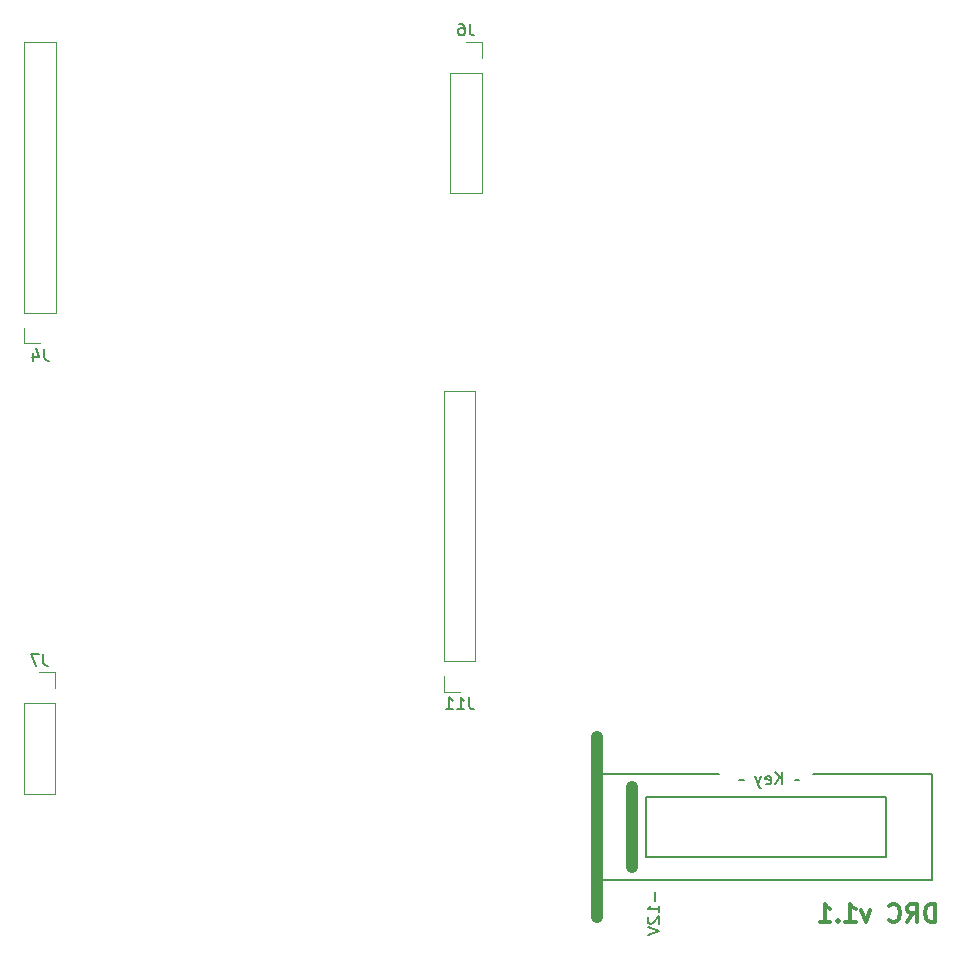
<source format=gbr>
%TF.GenerationSoftware,KiCad,Pcbnew,7.0.9-7.0.9~ubuntu22.04.1*%
%TF.CreationDate,2024-01-18T19:04:47-05:00*%
%TF.ProjectId,deca-ring-counter,64656361-2d72-4696-9e67-2d636f756e74,rev?*%
%TF.SameCoordinates,Original*%
%TF.FileFunction,Legend,Bot*%
%TF.FilePolarity,Positive*%
%FSLAX46Y46*%
G04 Gerber Fmt 4.6, Leading zero omitted, Abs format (unit mm)*
G04 Created by KiCad (PCBNEW 7.0.9-7.0.9~ubuntu22.04.1) date 2024-01-18 19:04:47*
%MOMM*%
%LPD*%
G01*
G04 APERTURE LIST*
%ADD10C,0.300000*%
%ADD11C,0.150000*%
%ADD12C,0.200000*%
%ADD13C,0.120000*%
%ADD14C,1.000000*%
%ADD15C,0.127000*%
G04 APERTURE END LIST*
D10*
X156045489Y-135100828D02*
X156045489Y-133600828D01*
X156045489Y-133600828D02*
X155688346Y-133600828D01*
X155688346Y-133600828D02*
X155474060Y-133672257D01*
X155474060Y-133672257D02*
X155331203Y-133815114D01*
X155331203Y-133815114D02*
X155259774Y-133957971D01*
X155259774Y-133957971D02*
X155188346Y-134243685D01*
X155188346Y-134243685D02*
X155188346Y-134457971D01*
X155188346Y-134457971D02*
X155259774Y-134743685D01*
X155259774Y-134743685D02*
X155331203Y-134886542D01*
X155331203Y-134886542D02*
X155474060Y-135029400D01*
X155474060Y-135029400D02*
X155688346Y-135100828D01*
X155688346Y-135100828D02*
X156045489Y-135100828D01*
X153688346Y-135100828D02*
X154188346Y-134386542D01*
X154545489Y-135100828D02*
X154545489Y-133600828D01*
X154545489Y-133600828D02*
X153974060Y-133600828D01*
X153974060Y-133600828D02*
X153831203Y-133672257D01*
X153831203Y-133672257D02*
X153759774Y-133743685D01*
X153759774Y-133743685D02*
X153688346Y-133886542D01*
X153688346Y-133886542D02*
X153688346Y-134100828D01*
X153688346Y-134100828D02*
X153759774Y-134243685D01*
X153759774Y-134243685D02*
X153831203Y-134315114D01*
X153831203Y-134315114D02*
X153974060Y-134386542D01*
X153974060Y-134386542D02*
X154545489Y-134386542D01*
X152188346Y-134957971D02*
X152259774Y-135029400D01*
X152259774Y-135029400D02*
X152474060Y-135100828D01*
X152474060Y-135100828D02*
X152616917Y-135100828D01*
X152616917Y-135100828D02*
X152831203Y-135029400D01*
X152831203Y-135029400D02*
X152974060Y-134886542D01*
X152974060Y-134886542D02*
X153045489Y-134743685D01*
X153045489Y-134743685D02*
X153116917Y-134457971D01*
X153116917Y-134457971D02*
X153116917Y-134243685D01*
X153116917Y-134243685D02*
X153045489Y-133957971D01*
X153045489Y-133957971D02*
X152974060Y-133815114D01*
X152974060Y-133815114D02*
X152831203Y-133672257D01*
X152831203Y-133672257D02*
X152616917Y-133600828D01*
X152616917Y-133600828D02*
X152474060Y-133600828D01*
X152474060Y-133600828D02*
X152259774Y-133672257D01*
X152259774Y-133672257D02*
X152188346Y-133743685D01*
X150545489Y-134100828D02*
X150188346Y-135100828D01*
X150188346Y-135100828D02*
X149831203Y-134100828D01*
X148474060Y-135100828D02*
X149331203Y-135100828D01*
X148902632Y-135100828D02*
X148902632Y-133600828D01*
X148902632Y-133600828D02*
X149045489Y-133815114D01*
X149045489Y-133815114D02*
X149188346Y-133957971D01*
X149188346Y-133957971D02*
X149331203Y-134029400D01*
X147831204Y-134957971D02*
X147759775Y-135029400D01*
X147759775Y-135029400D02*
X147831204Y-135100828D01*
X147831204Y-135100828D02*
X147902632Y-135029400D01*
X147902632Y-135029400D02*
X147831204Y-134957971D01*
X147831204Y-134957971D02*
X147831204Y-135100828D01*
X146331203Y-135100828D02*
X147188346Y-135100828D01*
X146759775Y-135100828D02*
X146759775Y-133600828D01*
X146759775Y-133600828D02*
X146902632Y-133815114D01*
X146902632Y-133815114D02*
X147045489Y-133957971D01*
X147045489Y-133957971D02*
X147188346Y-134029400D01*
D11*
X80552193Y-112445819D02*
X80552193Y-113160104D01*
X80552193Y-113160104D02*
X80599812Y-113302961D01*
X80599812Y-113302961D02*
X80695050Y-113398200D01*
X80695050Y-113398200D02*
X80837907Y-113445819D01*
X80837907Y-113445819D02*
X80933145Y-113445819D01*
X80171240Y-112445819D02*
X79504574Y-112445819D01*
X79504574Y-112445819D02*
X79933145Y-113445819D01*
X80630333Y-86595819D02*
X80630333Y-87310104D01*
X80630333Y-87310104D02*
X80677952Y-87452961D01*
X80677952Y-87452961D02*
X80773190Y-87548200D01*
X80773190Y-87548200D02*
X80916047Y-87595819D01*
X80916047Y-87595819D02*
X81011285Y-87595819D01*
X79725571Y-86929152D02*
X79725571Y-87595819D01*
X79963666Y-86548200D02*
X80201761Y-87262485D01*
X80201761Y-87262485D02*
X79582714Y-87262485D01*
X116618383Y-116115819D02*
X116618383Y-116830104D01*
X116618383Y-116830104D02*
X116666002Y-116972961D01*
X116666002Y-116972961D02*
X116761240Y-117068200D01*
X116761240Y-117068200D02*
X116904097Y-117115819D01*
X116904097Y-117115819D02*
X116999335Y-117115819D01*
X115618383Y-117115819D02*
X116189811Y-117115819D01*
X115904097Y-117115819D02*
X115904097Y-116115819D01*
X115904097Y-116115819D02*
X115999335Y-116258676D01*
X115999335Y-116258676D02*
X116094573Y-116353914D01*
X116094573Y-116353914D02*
X116189811Y-116401533D01*
X114666002Y-117115819D02*
X115237430Y-117115819D01*
X114951716Y-117115819D02*
X114951716Y-116115819D01*
X114951716Y-116115819D02*
X115046954Y-116258676D01*
X115046954Y-116258676D02*
X115142192Y-116353914D01*
X115142192Y-116353914D02*
X115237430Y-116401533D01*
X116672193Y-59057819D02*
X116672193Y-59772104D01*
X116672193Y-59772104D02*
X116719812Y-59914961D01*
X116719812Y-59914961D02*
X116815050Y-60010200D01*
X116815050Y-60010200D02*
X116957907Y-60057819D01*
X116957907Y-60057819D02*
X117053145Y-60057819D01*
X115767431Y-59057819D02*
X115957907Y-59057819D01*
X115957907Y-59057819D02*
X116053145Y-59105438D01*
X116053145Y-59105438D02*
X116100764Y-59153057D01*
X116100764Y-59153057D02*
X116196002Y-59295914D01*
X116196002Y-59295914D02*
X116243621Y-59486390D01*
X116243621Y-59486390D02*
X116243621Y-59867342D01*
X116243621Y-59867342D02*
X116196002Y-59962580D01*
X116196002Y-59962580D02*
X116148383Y-60010200D01*
X116148383Y-60010200D02*
X116053145Y-60057819D01*
X116053145Y-60057819D02*
X115862669Y-60057819D01*
X115862669Y-60057819D02*
X115767431Y-60010200D01*
X115767431Y-60010200D02*
X115719812Y-59962580D01*
X115719812Y-59962580D02*
X115672193Y-59867342D01*
X115672193Y-59867342D02*
X115672193Y-59629247D01*
X115672193Y-59629247D02*
X115719812Y-59534009D01*
X115719812Y-59534009D02*
X115767431Y-59486390D01*
X115767431Y-59486390D02*
X115862669Y-59438771D01*
X115862669Y-59438771D02*
X116053145Y-59438771D01*
X116053145Y-59438771D02*
X116148383Y-59486390D01*
X116148383Y-59486390D02*
X116196002Y-59534009D01*
X116196002Y-59534009D02*
X116243621Y-59629247D01*
X144190667Y-123127485D02*
X144571619Y-123127485D01*
X143095428Y-123460819D02*
X143095428Y-122460819D01*
X142524000Y-123460819D02*
X142952571Y-122889390D01*
X142524000Y-122460819D02*
X143095428Y-123032247D01*
X141714476Y-123413200D02*
X141809714Y-123460819D01*
X141809714Y-123460819D02*
X142000190Y-123460819D01*
X142000190Y-123460819D02*
X142095428Y-123413200D01*
X142095428Y-123413200D02*
X142143047Y-123317961D01*
X142143047Y-123317961D02*
X142143047Y-122937009D01*
X142143047Y-122937009D02*
X142095428Y-122841771D01*
X142095428Y-122841771D02*
X142000190Y-122794152D01*
X142000190Y-122794152D02*
X141809714Y-122794152D01*
X141809714Y-122794152D02*
X141714476Y-122841771D01*
X141714476Y-122841771D02*
X141666857Y-122937009D01*
X141666857Y-122937009D02*
X141666857Y-123032247D01*
X141666857Y-123032247D02*
X142143047Y-123127485D01*
X141333523Y-122794152D02*
X141095428Y-123460819D01*
X140857333Y-122794152D02*
X141095428Y-123460819D01*
X141095428Y-123460819D02*
X141190666Y-123698914D01*
X141190666Y-123698914D02*
X141238285Y-123746533D01*
X141238285Y-123746533D02*
X141333523Y-123794152D01*
X139476380Y-123127485D02*
X139857332Y-123127485D01*
D12*
X132341266Y-132558095D02*
X132341266Y-133320000D01*
X132722219Y-134319999D02*
X132722219Y-133748571D01*
X132722219Y-134034285D02*
X131722219Y-134034285D01*
X131722219Y-134034285D02*
X131865076Y-133939047D01*
X131865076Y-133939047D02*
X131960314Y-133843809D01*
X131960314Y-133843809D02*
X132007933Y-133748571D01*
X131817457Y-134700952D02*
X131769838Y-134748571D01*
X131769838Y-134748571D02*
X131722219Y-134843809D01*
X131722219Y-134843809D02*
X131722219Y-135081904D01*
X131722219Y-135081904D02*
X131769838Y-135177142D01*
X131769838Y-135177142D02*
X131817457Y-135224761D01*
X131817457Y-135224761D02*
X131912695Y-135272380D01*
X131912695Y-135272380D02*
X132007933Y-135272380D01*
X132007933Y-135272380D02*
X132150790Y-135224761D01*
X132150790Y-135224761D02*
X132722219Y-134653333D01*
X132722219Y-134653333D02*
X132722219Y-135272380D01*
X131722219Y-135558095D02*
X132722219Y-135891428D01*
X132722219Y-135891428D02*
X131722219Y-136224761D01*
D13*
%TO.C,J7*%
X78888860Y-116591000D02*
X78888860Y-124271000D01*
X81548860Y-113991000D02*
X80218860Y-113991000D01*
X81548860Y-115321000D02*
X81548860Y-113991000D01*
X81548860Y-116591000D02*
X78888860Y-116591000D01*
X81548860Y-116591000D02*
X81548860Y-124271000D01*
X81548860Y-124271000D02*
X78888860Y-124271000D01*
%TO.C,J4*%
X81627000Y-83541000D02*
X81627000Y-60621000D01*
X78967000Y-86141000D02*
X80297000Y-86141000D01*
X78967000Y-84811000D02*
X78967000Y-86141000D01*
X78967000Y-83541000D02*
X81627000Y-83541000D01*
X78967000Y-83541000D02*
X78967000Y-60621000D01*
X78967000Y-60621000D02*
X81627000Y-60621000D01*
%TO.C,J11*%
X117138860Y-113061000D02*
X117138860Y-90141000D01*
X114478860Y-115661000D02*
X115808860Y-115661000D01*
X114478860Y-114331000D02*
X114478860Y-115661000D01*
X114478860Y-113061000D02*
X117138860Y-113061000D01*
X114478860Y-113061000D02*
X114478860Y-90141000D01*
X114478860Y-90141000D02*
X117138860Y-90141000D01*
%TO.C,J6*%
X115008860Y-63203000D02*
X115008860Y-73423000D01*
X117668860Y-60603000D02*
X116338860Y-60603000D01*
X117668860Y-61933000D02*
X117668860Y-60603000D01*
X117668860Y-63203000D02*
X115008860Y-63203000D01*
X117668860Y-63203000D02*
X117668860Y-73423000D01*
X117668860Y-73423000D02*
X115008860Y-73423000D01*
D14*
%TO.C,H2*%
X127419000Y-134690000D02*
X127419000Y-119450000D01*
D12*
X127770000Y-131570000D02*
X127770000Y-122570000D01*
X155770000Y-131570000D02*
X127770000Y-131570000D01*
X155770000Y-131570000D02*
X155770000Y-122570000D01*
D14*
X130370000Y-130470000D02*
X130370000Y-123670000D01*
D15*
X134150000Y-129610000D02*
X131610000Y-129610000D01*
X136690000Y-129610000D02*
X134150000Y-129610000D01*
X139230000Y-129610000D02*
X136690000Y-129610000D01*
X141770000Y-129610000D02*
X139230000Y-129610000D01*
X144310000Y-129610000D02*
X141770000Y-129610000D01*
X146850000Y-129610000D02*
X144310000Y-129610000D01*
X149390000Y-129610000D02*
X146850000Y-129610000D01*
X151930000Y-129610000D02*
X149390000Y-129610000D01*
X131610000Y-127070000D02*
X131610000Y-129610000D01*
X151930000Y-127070000D02*
X151930000Y-129610000D01*
X131610000Y-124530000D02*
X131610000Y-127070000D01*
X131610000Y-124530000D02*
X134150000Y-124530000D01*
X134150000Y-124530000D02*
X136690000Y-124530000D01*
X136690000Y-124530000D02*
X139230000Y-124530000D01*
X139230000Y-124530000D02*
X141770000Y-124530000D01*
X141770000Y-124530000D02*
X144310000Y-124530000D01*
X144310000Y-124530000D02*
X146850000Y-124530000D01*
X146850000Y-124530000D02*
X149390000Y-124530000D01*
X149390000Y-124530000D02*
X151930000Y-124530000D01*
X151930000Y-124530000D02*
X151930000Y-127070000D01*
D12*
X137770000Y-122570000D02*
X127770000Y-122570000D01*
X155770000Y-122570000D02*
X145770000Y-122570000D01*
%TD*%
M02*

</source>
